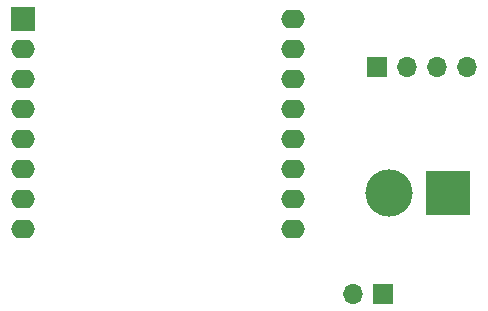
<source format=gbr>
%TF.GenerationSoftware,KiCad,Pcbnew,6.0.6-1.fc36*%
%TF.CreationDate,2022-07-27T02:29:57+02:00*%
%TF.ProjectId,breakout board,62726561-6b6f-4757-9420-626f6172642e,rev?*%
%TF.SameCoordinates,Original*%
%TF.FileFunction,Soldermask,Bot*%
%TF.FilePolarity,Negative*%
%FSLAX46Y46*%
G04 Gerber Fmt 4.6, Leading zero omitted, Abs format (unit mm)*
G04 Created by KiCad (PCBNEW 6.0.6-1.fc36) date 2022-07-27 02:29:57*
%MOMM*%
%LPD*%
G01*
G04 APERTURE LIST*
%ADD10O,1.700000X1.700000*%
%ADD11R,1.700000X1.700000*%
%ADD12R,2.000000X2.000000*%
%ADD13O,2.000000X1.600000*%
%ADD14R,3.800000X3.800000*%
%ADD15C,4.000000*%
G04 APERTURE END LIST*
D10*
%TO.C,J2*%
X137090000Y-91310000D03*
X134550000Y-91310000D03*
X132010000Y-91310000D03*
D11*
X129470000Y-91310000D03*
%TD*%
D12*
%TO.C,U1*%
X99555000Y-87270000D03*
D13*
X99555000Y-89810000D03*
X99555000Y-92350000D03*
X99555000Y-94890000D03*
X99555000Y-97430000D03*
X99555000Y-99970000D03*
X99555000Y-102510000D03*
X99555000Y-105050000D03*
X122415000Y-105050000D03*
X122415000Y-102510000D03*
X122415000Y-99970000D03*
X122415000Y-97430000D03*
X122415000Y-94890000D03*
X122415000Y-92350000D03*
X122415000Y-89810000D03*
X122415000Y-87270000D03*
%TD*%
D11*
%TO.C,J4*%
X130000000Y-110500000D03*
D10*
X127460000Y-110500000D03*
%TD*%
D14*
%TO.C,J3*%
X135500000Y-102000000D03*
D15*
X130500000Y-102000000D03*
%TD*%
M02*

</source>
